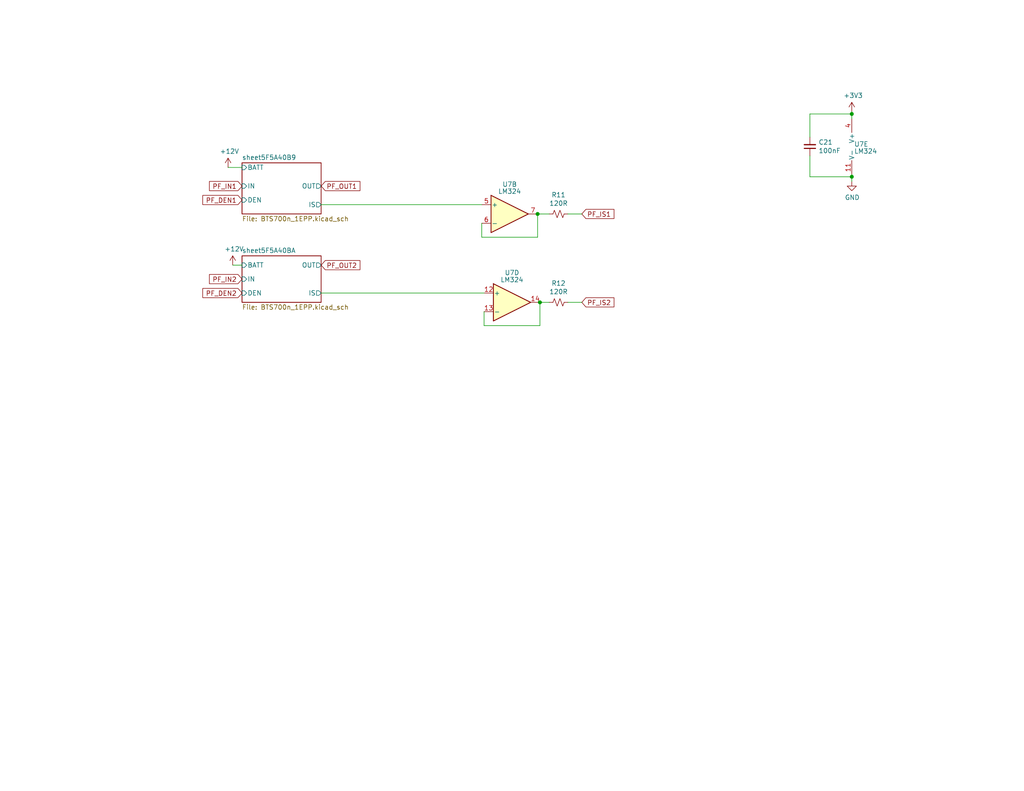
<source format=kicad_sch>
(kicad_sch (version 20231120) (generator "eeschema") (generator_version "8.0")
  (paper "USLetter")
  (title_block (title "Dingo_PDM") (date "2024-05-26") (rev "v7.3") (comment 3 "github.com/corygrant") (comment 4 "Cory Grant"))
  (lib_symbols
    (symbol "Amplifier_Operational:LM324" (pin_names (offset 0.127))
      (property "Reference" "U" (at 0 5.08 0))
      (property "Value" "LM324" (at 0 -5.08 0))
      (symbol "LM324_1_1"
        (polyline (pts (xy -5.08 5.08) (xy 5.08 0) (xy -5.08 -5.08) (xy -5.08 5.08)) (stroke (width 0.254)) (fill (type background)))
        (pin output line (at 7.62 0 180) (length 2.54) (name "~") (number "1"))
        (pin input line (at -7.62 -2.54 0) (length 2.54) (name "-") (number "2"))
        (pin input line (at -7.62 2.54 0) (length 2.54) (name "+") (number "3"))
      )
      (symbol "LM324_2_1"
        (polyline (pts (xy -5.08 5.08) (xy 5.08 0) (xy -5.08 -5.08) (xy -5.08 5.08)) (stroke (width 0.254)) (fill (type background)))
        (pin input line (at -7.62 2.54 0) (length 2.54) (name "+") (number "5"))
        (pin input line (at -7.62 -2.54 0) (length 2.54) (name "-") (number "6"))
        (pin output line (at 7.62 0 180) (length 2.54) (name "~") (number "7"))
      )
      (symbol "LM324_3_1"
        (polyline (pts (xy -5.08 5.08) (xy 5.08 0) (xy -5.08 -5.08) (xy -5.08 5.08)) (stroke (width 0.254)) (fill (type background)))
        (pin input line (at -7.62 2.54 0) (length 2.54) (name "+") (number "10"))
        (pin output line (at 7.62 0 180) (length 2.54) (name "~") (number "8"))
        (pin input line (at -7.62 -2.54 0) (length 2.54) (name "-") (number "9"))
      )
      (symbol "LM324_4_1"
        (polyline (pts (xy -5.08 5.08) (xy 5.08 0) (xy -5.08 -5.08) (xy -5.08 5.08)) (stroke (width 0.254)) (fill (type background)))
        (pin input line (at -7.62 2.54 0) (length 2.54) (name "+") (number "12"))
        (pin input line (at -7.62 -2.54 0) (length 2.54) (name "-") (number "13"))
        (pin output line (at 7.62 0 180) (length 2.54) (name "~") (number "14"))
      )
      (symbol "LM324_5_1"
        (pin power_in line (at -2.54 -7.62 90) (length 3.81) (name "V-") (number "11"))
        (pin power_in line (at -2.54 7.62 270) (length 3.81) (name "V+") (number "4"))
      )
    )
    (symbol "Device:C_Small" (pin_numbers hide) (pin_names (offset 0.254) hide)
      (property "Reference" "C" (at 0.254 1.778 0))
      (property "Value" "C_Small" (at 0.254 -2.032 0))
      (symbol "C_Small_0_1"
        (polyline (pts (xy -1.524 -0.508) (xy 1.524 -0.508)) (stroke (width 0.3302)))
        (polyline (pts (xy -1.524 0.508) (xy 1.524 0.508)) (stroke (width 0.3048)))
      )
      (symbol "C_Small_1_1"
        (pin passive line (at 0 2.54 270) (length 2.032) (name "~") (number "1"))
        (pin passive line (at 0 -2.54 90) (length 2.032) (name "~") (number "2"))
      )
    )
    (symbol "Device:R_Small_US" (pin_numbers hide) (pin_names (offset 0.254) hide)
      (property "Reference" "R" (at 0.762 0.508 0))
      (property "Value" "R_Small_US" (at 0.762 -1.016 0))
      (symbol "R_Small_US_1_1"
        (polyline (pts (xy 0 0) (xy 1.016 -0.381) (xy 0 -0.762) (xy -1.016 -1.143) (xy 0 -1.524)))
        (polyline (pts (xy 0 1.524) (xy 1.016 1.143) (xy 0 0.762) (xy -1.016 0.381) (xy 0 0)))
        (pin passive line (at 0 2.54 270) (length 1.016) (name "~") (number "1"))
        (pin passive line (at 0 -2.54 90) (length 1.016) (name "~") (number "2"))
      )
    )
    (symbol "power:+12V" (power) (pin_names (offset 0))
      (property "Value" "+12V" (at 0 3.556 0))
      (symbol "+12V_0_1"
        (polyline (pts (xy -0.762 1.27) (xy 0 2.54)))
        (polyline (pts (xy 0 0) (xy 0 2.54)))
        (polyline (pts (xy 0 2.54) (xy 0.762 1.27)))
      )
      (symbol "+12V_1_1"
        (pin power_in line (at 0 0 90) (length 0) hide (name "+12V") (number "1"))
      )
    )
    (symbol "power:+3V3" (power) (pin_names (offset 0))
      (property "Value" "+3V3" (at 0 3.556 0))
      (symbol "+3V3_0_1"
        (polyline (pts (xy -0.762 1.27) (xy 0 2.54)))
        (polyline (pts (xy 0 0) (xy 0 2.54)))
        (polyline (pts (xy 0 2.54) (xy 0.762 1.27)))
      )
      (symbol "+3V3_1_1"
        (pin power_in line (at 0 0 90) (length 0) hide (name "+3V3") (number "1"))
      )
    )
    (symbol "power:GND" (power) (pin_names (offset 0))
      (property "Value" "GND" (at 0 -3.81 0))
      (symbol "GND_0_1"
        (polyline (pts (xy 0 0) (xy 0 -1.27) (xy 1.27 -1.27) (xy 0 -2.54) (xy -1.27 -1.27) (xy 0 -1.27)))
      )
      (symbol "GND_1_1"
        (pin power_in line (at 0 0 270) (length 0) hide (name "GND") (number "1"))
      )
    )
  )
  (junction (at 147.32 82.55))
  (junction (at 232.41 48.26))
  (junction (at 232.41 31.115))
  (junction (at 146.685 58.42))
  (wire (pts (xy 131.445 64.77) (xy 146.685 64.77)))
  (wire (pts (xy 147.32 82.55) (xy 149.86 82.55)))
  (wire (pts (xy 232.41 30.48) (xy 232.41 31.115)))
  (wire (pts (xy 146.685 64.77) (xy 146.685 58.42)))
  (wire (pts (xy 154.94 82.55) (xy 158.75 82.55)))
  (wire (pts (xy 87.63 55.88) (xy 131.445 55.88)))
  (wire (pts (xy 220.98 42.545) (xy 220.98 48.26)))
  (wire (pts (xy 131.445 60.96) (xy 131.445 64.77)))
  (wire (pts (xy 232.41 48.26) (xy 232.41 49.53)))
  (wire (pts (xy 220.98 48.26) (xy 232.41 48.26)))
  (wire (pts (xy 232.41 31.115) (xy 232.41 32.385)))
  (wire (pts (xy 232.41 47.625) (xy 232.41 48.26)))
  (wire (pts (xy 146.685 58.42) (xy 149.86 58.42)))
  (wire (pts (xy 132.08 85.09) (xy 132.08 88.9)))
  (wire (pts (xy 220.98 31.115) (xy 220.98 37.465)))
  (wire (pts (xy 147.32 82.55) (xy 147.32 88.9)))
  (wire (pts (xy 63.5 72.39) (xy 66.04 72.39)))
  (wire (pts (xy 220.98 31.115) (xy 232.41 31.115)))
  (wire (pts (xy 87.63 80.01) (xy 132.08 80.01)))
  (wire (pts (xy 154.94 58.42) (xy 158.75 58.42)))
  (wire (pts (xy 132.08 88.9) (xy 147.32 88.9)))
  (wire (pts (xy 62.23 45.72) (xy 66.04 45.72)))
  (global_label "PF_OUT1" (shape input) (at 87.63 50.8 0) (property "Intersheetrefs" "${INTERSHEET_REFS}" (effects (hide yes))))
  (global_label "PF_DEN1" (shape input) (at 66.04 54.61 180) (property "Intersheetrefs" "${INTERSHEET_REFS}" (effects (hide yes))))
  (global_label "PF_IN2" (shape input) (at 66.04 76.2 180) (property "Intersheetrefs" "${INTERSHEET_REFS}" (effects (hide yes))))
  (global_label "PF_IS2" (shape input) (at 158.75 82.55 0) (property "Intersheetrefs" "${INTERSHEET_REFS}" (effects (hide yes))))
  (global_label "PF_IS1" (shape input) (at 158.75 58.42 0) (property "Intersheetrefs" "${INTERSHEET_REFS}" (effects (hide yes))))
  (global_label "PF_DEN2" (shape input) (at 66.04 80.01 180) (property "Intersheetrefs" "${INTERSHEET_REFS}" (effects (hide yes))))
  (global_label "PF_IN1" (shape input) (at 66.04 50.8 180) (property "Intersheetrefs" "${INTERSHEET_REFS}" (effects (hide yes))))
  (global_label "PF_OUT2" (shape input) (at 87.63 72.39 0) (property "Intersheetrefs" "${INTERSHEET_REFS}" (effects (hide yes))))
  (symbol (lib_id "power:+12V") (at 62.23 45.72 0) (unit 1)
    (property "Reference" "#PWR051" (effects (hide yes)))
    (property "Value" "+12V" (at 62.611 41.3258 0))
  )
  (symbol (lib_id "power:+12V") (at 63.5 72.39 0) (unit 1)
    (property "Reference" "#PWR052" (effects (hide yes)))
    (property "Value" "+12V" (at 63.881 67.9958 0))
  )
  (symbol (lib_id "power:+3V3") (at 232.41 30.48 0) (unit 1)
    (property "Reference" "#PWR053" (effects (hide yes)))
    (property "Value" "+3V3" (at 232.791 26.0858 0))
  )
  (symbol (lib_id "Device:R_Small_US") (at 152.4 58.42 270) (unit 1)
    (property "Reference" "R11" (at 152.4 53.213 90))
    (property "Value" "120R" (at 152.4 55.5244 90))
    (property "Footprint" "Resistor_SMD:R_0805_2012Metric" (effects (hide yes)))
    (property "Digi-Key_PN" "311-120CRCT-ND" (effects (hide yes)))
    (property "LCSC" "C229076" (effects (hide yes)))
  )
  (symbol (lib_id "Device:R_Small_US") (at 152.4 82.55 270) (unit 1)
    (property "Reference" "R12" (at 152.4 77.343 90))
    (property "Value" "120R" (at 152.4 79.6544 90))
    (property "Footprint" "Resistor_SMD:R_0805_2012Metric" (effects (hide yes)))
    (property "Digi-Key_PN" "311-120CRCT-ND" (effects (hide yes)))
    (property "LCSC" "C229076" (effects (hide yes)))
  )
  (symbol (lib_id "Amplifier_Operational:LM324") (at 139.065 58.42 0) (unit 2)
    (property "Reference" "U7" (at 139.065 50.3301 0))
    (property "Value" "LM324" (at 139.065 52.2511 0))
    (property "Footprint" "Package_SO:TSSOP-14_4.4x5mm_P0.65mm" (effects (hide yes)))
    (property "Digi-Key_PN" "497-7330-1-ND" (effects (hide yes)))
    (property "LCSC" "C7942" (effects (hide yes)))
  )
  (symbol (lib_id "power:GND") (at 232.41 49.53 0) (unit 1)
    (property "Reference" "#PWR054" (effects (hide yes)))
    (property "Value" "GND" (at 232.537 53.9242 0))
  )
  (symbol (lib_id "Amplifier_Operational:LM324") (at 139.7 82.55 0) (unit 4)
    (property "Reference" "U7" (at 139.7 74.4601 0))
    (property "Value" "LM324" (at 139.7 76.3811 0))
    (property "Footprint" "Package_SO:TSSOP-14_4.4x5mm_P0.65mm" (effects (hide yes)))
    (property "Digi-Key_PN" "497-7330-1-ND" (effects (hide yes)))
    (property "LCSC" "C7942" (effects (hide yes)))
  )
  (symbol (lib_id "Amplifier_Operational:LM324") (at 234.95 40.005 0) (unit 5)
    (property "Reference" "U7" (at 233.045 39.3613 0) (effects (justify left)))
    (property "Value" "LM324" (at 233.045 41.2823 0) (effects (justify left)))
    (property "Footprint" "Package_SO:TSSOP-14_4.4x5mm_P0.65mm" (effects (hide yes)))
    (property "Digi-Key_PN" "497-7330-1-ND" (effects (hide yes)))
    (property "LCSC" "C7942" (effects (hide yes)))
  )
  (symbol (lib_id "Device:C_Small") (at 220.98 40.005 180) (unit 1)
    (property "Reference" "C21" (at 223.3168 38.8366 0) (effects (justify right)))
    (property "Value" "100nF" (at 223.3168 41.148 0) (effects (justify right)))
    (property "Footprint" "Capacitor_SMD:C_0805_2012Metric" (effects (hide yes)))
    (property "Digi-Key_PN" "478-1395-1-ND" (effects (hide yes)))
    (property "LCSC" "C49678" (effects (hide yes)))
  )
  (sheet (at 66.04 44.45) (size 21.59 13.97)
    (property "Sheetname" "sheet5F5A40B9" (at 66.04 43.7384 0) (effects (justify left bottom)))
    (property "Sheetfile" "BTS700n_1EPP.kicad_sch" (at 66.04 59.0046 0) (effects (justify left top)))
    (pin "BATT" input (at 66.04 45.72 180))
    (pin "IN" input (at 66.04 50.8 180))
    (pin "DEN" input (at 66.04 54.61 180))
    (pin "OUT" output (at 87.63 50.8 0))
    (pin "IS" output (at 87.63 55.88 0))
  )
  (sheet (at 66.04 69.85) (size 21.59 12.7)
    (property "Sheetname" "sheet5F5A40BA" (at 66.04 69.1384 0) (effects (justify left bottom)))
    (property "Sheetfile" "BTS700n_1EPP.kicad_sch" (at 66.04 83.1346 0) (effects (justify left top)))
    (pin "BATT" input (at 66.04 72.39 180))
    (pin "IN" input (at 66.04 76.2 180))
    (pin "DEN" input (at 66.04 80.01 180))
    (pin "OUT" output (at 87.63 72.39 0))
    (pin "IS" output (at 87.63 80.01 0))
  )
)
</source>
